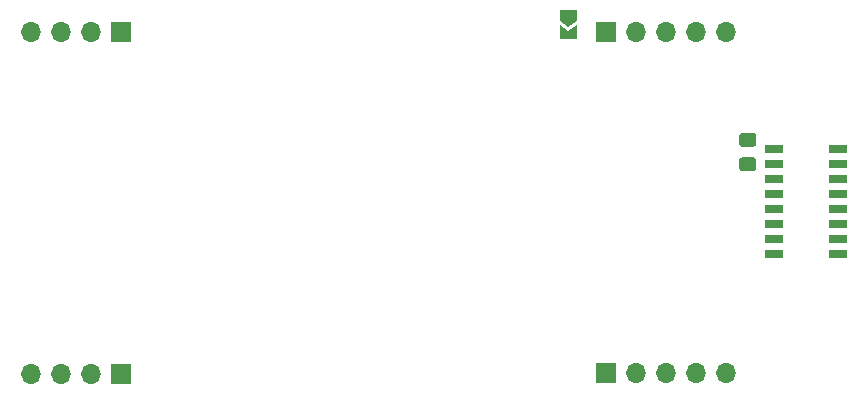
<source format=gbr>
%TF.GenerationSoftware,KiCad,Pcbnew,(5.1.9)-1*%
%TF.CreationDate,2021-04-25T23:04:25+02:00*%
%TF.ProjectId,Schaakbord_Bord,53636861-616b-4626-9f72-645f426f7264,rev?*%
%TF.SameCoordinates,Original*%
%TF.FileFunction,Soldermask,Bot*%
%TF.FilePolarity,Negative*%
%FSLAX46Y46*%
G04 Gerber Fmt 4.6, Leading zero omitted, Abs format (unit mm)*
G04 Created by KiCad (PCBNEW (5.1.9)-1) date 2021-04-25 23:04:25*
%MOMM*%
%LPD*%
G01*
G04 APERTURE LIST*
%ADD10R,1.700000X1.700000*%
%ADD11O,1.700000X1.700000*%
%ADD12C,0.100000*%
%ADD13R,1.525000X0.650000*%
G04 APERTURE END LIST*
D10*
%TO.C,J3*%
X144957800Y14351000D03*
D11*
X147497800Y14351000D03*
X150037800Y14351000D03*
X152577800Y14351000D03*
X155117800Y14351000D03*
%TD*%
%TO.C,J4*%
X155117800Y-14528800D03*
X152577800Y-14528800D03*
X150037800Y-14528800D03*
X147497800Y-14528800D03*
D10*
X144957800Y-14528800D03*
%TD*%
D11*
%TO.C,J2*%
X96266000Y-14541500D03*
X98806000Y-14541500D03*
X101346000Y-14541500D03*
D10*
X103886000Y-14541500D03*
%TD*%
D11*
%TO.C,J1*%
X96266000Y14351000D03*
X98806000Y14351000D03*
X101346000Y14351000D03*
D10*
X103886000Y14351000D03*
%TD*%
D12*
%TO.C,JP1*%
G36*
X141795500Y14774500D02*
G01*
X141045500Y15274500D01*
X141045500Y16274500D01*
X142545500Y16274500D01*
X142545500Y15274500D01*
X141795500Y14774500D01*
G37*
G36*
X141045500Y13824500D02*
G01*
X141045500Y14974500D01*
X141795500Y14474500D01*
X142545500Y14974500D01*
X142545500Y13824500D01*
X141045500Y13824500D01*
G37*
%TD*%
D13*
%TO.C,IC5*%
X159213000Y4445000D03*
X159213000Y3175000D03*
X159213000Y1905000D03*
X159213000Y635000D03*
X159213000Y-635000D03*
X159213000Y-1905000D03*
X159213000Y-3175000D03*
X159213000Y-4445000D03*
X164637000Y-4445000D03*
X164637000Y-3175000D03*
X164637000Y-1905000D03*
X164637000Y-635000D03*
X164637000Y635000D03*
X164637000Y1905000D03*
X164637000Y3175000D03*
X164637000Y4445000D03*
%TD*%
%TO.C,C5*%
G36*
G01*
X157447000Y4662500D02*
X156497000Y4662500D01*
G75*
G02*
X156247000Y4912500I0J250000D01*
G01*
X156247000Y5587500D01*
G75*
G02*
X156497000Y5837500I250000J0D01*
G01*
X157447000Y5837500D01*
G75*
G02*
X157697000Y5587500I0J-250000D01*
G01*
X157697000Y4912500D01*
G75*
G02*
X157447000Y4662500I-250000J0D01*
G01*
G37*
G36*
G01*
X157447000Y2587500D02*
X156497000Y2587500D01*
G75*
G02*
X156247000Y2837500I0J250000D01*
G01*
X156247000Y3512500D01*
G75*
G02*
X156497000Y3762500I250000J0D01*
G01*
X157447000Y3762500D01*
G75*
G02*
X157697000Y3512500I0J-250000D01*
G01*
X157697000Y2837500D01*
G75*
G02*
X157447000Y2587500I-250000J0D01*
G01*
G37*
%TD*%
M02*

</source>
